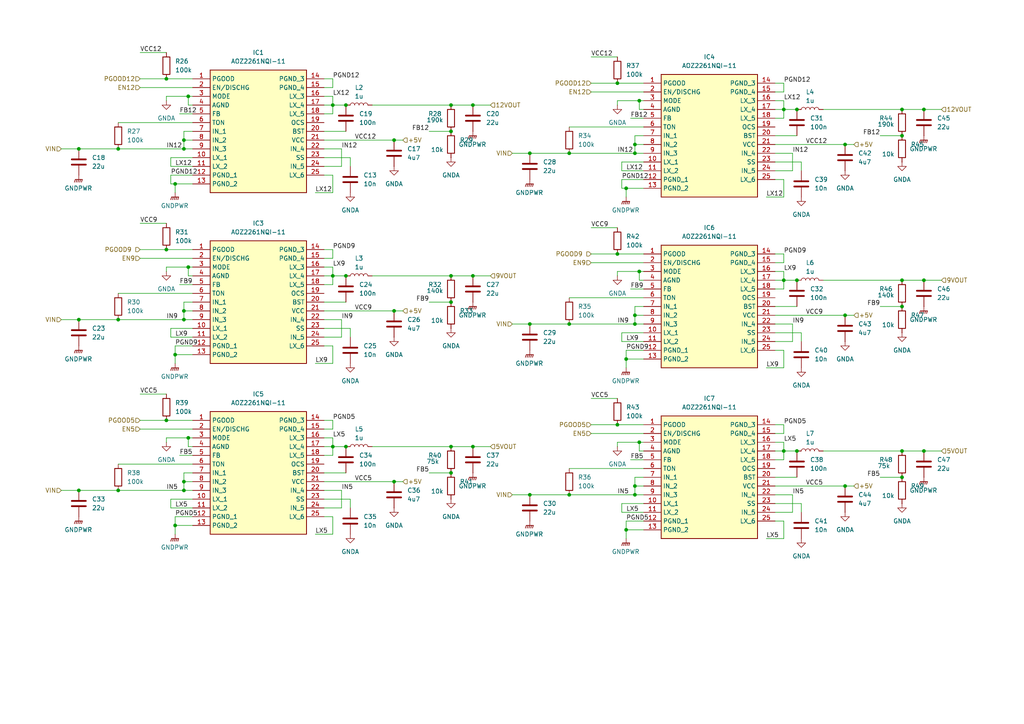
<source format=kicad_sch>
(kicad_sch (version 20250114) (generator "eeschema") (generator_version "9.0")
  (paper "A4")
  (junction (at 165.1 93.98))
  (junction (at 165.1 143.51))
  (junction (at 261.62 39.37))
  (junction (at 100.33 30.48))
  (junction (at 130.81 137.16))
  (junction (at 261.62 138.43))
  (junction (at 130.81 38.1))
  (junction (at 181.61 54.61))
  (junction (at 245.11 41.91))
  (junction (at 53.34 139.7))
  (junction (at 22.86 43.18))
  (junction (at 50.8 102.87))
  (junction (at 53.34 90.17))
  (junction (at 34.29 142.24))
  (junction (at 54.61 127))
  (junction (at 261.62 31.75))
  (junction (at 179.07 123.19))
  (junction (at 22.86 92.71))
  (junction (at 34.29 43.18))
  (junction (at 227.33 130.81))
  (junction (at 165.1 44.45))
  (junction (at 179.07 73.66))
  (junction (at 153.67 143.51))
  (junction (at 34.29 92.71))
  (junction (at 185.42 78.74))
  (junction (at 96.52 30.48))
  (junction (at 100.33 129.54))
  (junction (at 267.97 81.28))
  (junction (at 137.16 80.01))
  (junction (at 137.16 30.48))
  (junction (at 179.07 24.13))
  (junction (at 53.34 43.18))
  (junction (at 231.14 130.81))
  (junction (at 100.33 80.01))
  (junction (at 114.3 40.64))
  (junction (at 50.8 53.34))
  (junction (at 130.81 80.01))
  (junction (at 185.42 29.21))
  (junction (at 137.16 129.54))
  (junction (at 96.52 80.01))
  (junction (at 227.33 31.75))
  (junction (at 153.67 44.45))
  (junction (at 184.15 91.44))
  (junction (at 54.61 77.47))
  (junction (at 96.52 129.54))
  (junction (at 184.15 143.51))
  (junction (at 261.62 88.9))
  (junction (at 53.34 40.64))
  (junction (at 153.67 93.98))
  (junction (at 114.3 90.17))
  (junction (at 53.34 92.71))
  (junction (at 261.62 81.28))
  (junction (at 130.81 30.48))
  (junction (at 184.15 44.45))
  (junction (at 184.15 93.98))
  (junction (at 267.97 130.81))
  (junction (at 245.11 91.44))
  (junction (at 22.86 142.24))
  (junction (at 245.11 140.97))
  (junction (at 184.15 41.91))
  (junction (at 48.26 22.86))
  (junction (at 185.42 128.27))
  (junction (at 130.81 87.63))
  (junction (at 227.33 81.28))
  (junction (at 181.61 104.14))
  (junction (at 50.8 152.4))
  (junction (at 231.14 31.75))
  (junction (at 261.62 130.81))
  (junction (at 184.15 140.97))
  (junction (at 54.61 27.94))
  (junction (at 181.61 153.67))
  (junction (at 53.34 142.24))
  (junction (at 267.97 31.75))
  (junction (at 48.26 121.92))
  (junction (at 231.14 81.28))
  (junction (at 48.26 72.39))
  (junction (at 114.3 139.7))
  (junction (at 130.81 129.54))
  (wire (pts (xy 165.1 93.98) (xy 184.15 93.98)))
  (wire (pts (xy 53.34 38.1) (xy 53.34 40.64)))
  (wire (pts (xy 148.59 93.98) (xy 153.67 93.98)))
  (wire (pts (xy 50.8 100.33) (xy 50.8 102.87)))
  (wire (pts (xy 184.15 93.98) (xy 184.15 91.44)))
  (wire (pts (xy 224.79 138.43) (xy 231.14 138.43)))
  (wire (pts (xy 53.34 142.24) (xy 53.34 139.7)))
  (wire (pts (xy 171.45 115.57) (xy 179.07 115.57)))
  (wire (pts (xy 224.79 78.74) (xy 227.33 78.74)))
  (wire (pts (xy 130.81 80.01) (xy 137.16 80.01)))
  (wire (pts (xy 186.69 101.6) (xy 181.61 101.6)))
  (wire (pts (xy 96.52 129.54) (xy 100.33 129.54)))
  (wire (pts (xy 114.3 139.7) (xy 116.84 139.7)))
  (wire (pts (xy 229.87 99.06) (xy 229.87 93.98)))
  (wire (pts (xy 55.88 27.94) (xy 54.61 27.94)))
  (wire (pts (xy 261.62 138.43) (xy 255.27 138.43)))
  (wire (pts (xy 185.42 81.28) (xy 185.42 78.74)))
  (wire (pts (xy 96.52 100.33) (xy 96.52 105.41)))
  (wire (pts (xy 48.26 77.47) (xy 48.26 78.74)))
  (wire (pts (xy 227.33 125.73) (xy 227.33 123.19)))
  (wire (pts (xy 93.98 90.17) (xy 114.3 90.17)))
  (wire (pts (xy 227.33 31.75) (xy 231.14 31.75)))
  (wire (pts (xy 93.98 40.64) (xy 114.3 40.64)))
  (wire (pts (xy 93.98 43.18) (xy 99.06 43.18)))
  (wire (pts (xy 224.79 29.21) (xy 227.33 29.21)))
  (wire (pts (xy 186.69 151.13) (xy 181.61 151.13)))
  (wire (pts (xy 148.59 143.51) (xy 153.67 143.51)))
  (wire (pts (xy 40.64 64.77) (xy 48.26 64.77)))
  (wire (pts (xy 93.98 50.8) (xy 96.52 50.8)))
  (wire (pts (xy 238.76 81.28) (xy 261.62 81.28)))
  (wire (pts (xy 53.34 139.7) (xy 55.88 139.7)))
  (wire (pts (xy 54.61 27.94) (xy 48.26 27.94)))
  (wire (pts (xy 227.33 26.67) (xy 227.33 24.13)))
  (wire (pts (xy 17.78 142.24) (xy 22.86 142.24)))
  (wire (pts (xy 171.45 24.13) (xy 179.07 24.13)))
  (wire (pts (xy 224.79 93.98) (xy 229.87 93.98)))
  (wire (pts (xy 107.95 129.54) (xy 130.81 129.54)))
  (wire (pts (xy 224.79 26.67) (xy 227.33 26.67)))
  (wire (pts (xy 96.52 72.39) (xy 93.98 72.39)))
  (wire (pts (xy 267.97 81.28) (xy 273.05 81.28)))
  (wire (pts (xy 186.69 130.81) (xy 185.42 130.81)))
  (wire (pts (xy 171.45 66.04) (xy 179.07 66.04)))
  (wire (pts (xy 171.45 26.67) (xy 186.69 26.67)))
  (wire (pts (xy 224.79 125.73) (xy 227.33 125.73)))
  (wire (pts (xy 55.88 50.8) (xy 49.53 50.8)))
  (wire (pts (xy 185.42 130.81) (xy 185.42 128.27)))
  (wire (pts (xy 267.97 130.81) (xy 273.05 130.81)))
  (wire (pts (xy 245.11 91.44) (xy 247.65 91.44)))
  (wire (pts (xy 93.98 77.47) (xy 96.52 77.47)))
  (wire (pts (xy 184.15 91.44) (xy 186.69 91.44)))
  (wire (pts (xy 96.52 127) (xy 96.52 129.54)))
  (wire (pts (xy 224.79 83.82) (xy 227.33 83.82)))
  (wire (pts (xy 107.95 80.01) (xy 130.81 80.01)))
  (wire (pts (xy 182.88 133.35) (xy 186.69 133.35)))
  (wire (pts (xy 186.69 29.21) (xy 185.42 29.21)))
  (wire (pts (xy 181.61 54.61) (xy 181.61 57.15)))
  (wire (pts (xy 93.98 38.1) (xy 100.33 38.1)))
  (wire (pts (xy 34.29 134.62) (xy 55.88 134.62)))
  (wire (pts (xy 186.69 52.07) (xy 180.34 52.07)))
  (wire (pts (xy 224.79 81.28) (xy 227.33 81.28)))
  (wire (pts (xy 184.15 138.43) (xy 184.15 140.97)))
  (wire (pts (xy 99.06 97.79) (xy 99.06 92.71)))
  (wire (pts (xy 34.29 85.09) (xy 55.88 85.09)))
  (wire (pts (xy 165.1 36.83) (xy 186.69 36.83)))
  (wire (pts (xy 55.88 102.87) (xy 50.8 102.87)))
  (wire (pts (xy 55.88 30.48) (xy 54.61 30.48)))
  (wire (pts (xy 50.8 102.87) (xy 50.8 105.41)))
  (wire (pts (xy 93.98 92.71) (xy 99.06 92.71)))
  (wire (pts (xy 224.79 101.6) (xy 227.33 101.6)))
  (wire (pts (xy 93.98 87.63) (xy 100.33 87.63)))
  (wire (pts (xy 186.69 54.61) (xy 181.61 54.61)))
  (wire (pts (xy 96.52 25.4) (xy 96.52 22.86)))
  (wire (pts (xy 34.29 35.56) (xy 55.88 35.56)))
  (wire (pts (xy 227.33 101.6) (xy 227.33 106.68)))
  (wire (pts (xy 227.33 83.82) (xy 227.33 81.28)))
  (wire (pts (xy 184.15 41.91) (xy 186.69 41.91)))
  (wire (pts (xy 93.98 25.4) (xy 96.52 25.4)))
  (wire (pts (xy 185.42 29.21) (xy 179.07 29.21)))
  (wire (pts (xy 49.53 144.78) (xy 49.53 147.32)))
  (wire (pts (xy 186.69 143.51) (xy 184.15 143.51)))
  (wire (pts (xy 179.07 128.27) (xy 179.07 129.54)))
  (wire (pts (xy 181.61 104.14) (xy 181.61 106.68)))
  (wire (pts (xy 93.98 149.86) (xy 96.52 149.86)))
  (wire (pts (xy 224.79 39.37) (xy 231.14 39.37)))
  (wire (pts (xy 93.98 127) (xy 96.52 127)))
  (wire (pts (xy 48.26 22.86) (xy 55.88 22.86)))
  (wire (pts (xy 227.33 81.28) (xy 231.14 81.28)))
  (wire (pts (xy 224.79 151.13) (xy 227.33 151.13)))
  (wire (pts (xy 48.26 121.92) (xy 55.88 121.92)))
  (wire (pts (xy 55.88 80.01) (xy 54.61 80.01)))
  (wire (pts (xy 101.6 95.25) (xy 101.6 97.79)))
  (wire (pts (xy 245.11 41.91) (xy 247.65 41.91)))
  (wire (pts (xy 55.88 77.47) (xy 54.61 77.47)))
  (wire (pts (xy 165.1 135.89) (xy 186.69 135.89)))
  (wire (pts (xy 227.33 73.66) (xy 224.79 73.66)))
  (wire (pts (xy 40.64 114.3) (xy 48.26 114.3)))
  (wire (pts (xy 96.52 105.41) (xy 91.44 105.41)))
  (wire (pts (xy 93.98 33.02) (xy 96.52 33.02)))
  (wire (pts (xy 93.98 139.7) (xy 114.3 139.7)))
  (wire (pts (xy 130.81 129.54) (xy 137.16 129.54)))
  (wire (pts (xy 55.88 92.71) (xy 53.34 92.71)))
  (wire (pts (xy 181.61 101.6) (xy 181.61 104.14)))
  (wire (pts (xy 93.98 30.48) (xy 96.52 30.48)))
  (wire (pts (xy 227.33 133.35) (xy 227.33 130.81)))
  (wire (pts (xy 227.33 128.27) (xy 227.33 130.81)))
  (wire (pts (xy 55.88 45.72) (xy 49.53 45.72)))
  (wire (pts (xy 171.45 76.2) (xy 186.69 76.2)))
  (wire (pts (xy 232.41 46.99) (xy 232.41 49.53)))
  (wire (pts (xy 227.33 52.07) (xy 227.33 57.15)))
  (wire (pts (xy 40.64 15.24) (xy 48.26 15.24)))
  (wire (pts (xy 186.69 104.14) (xy 181.61 104.14)))
  (wire (pts (xy 96.52 55.88) (xy 91.44 55.88)))
  (wire (pts (xy 180.34 148.59) (xy 186.69 148.59)))
  (wire (pts (xy 55.88 38.1) (xy 53.34 38.1)))
  (wire (pts (xy 48.26 27.94) (xy 48.26 29.21)))
  (wire (pts (xy 153.67 44.45) (xy 165.1 44.45)))
  (wire (pts (xy 227.33 57.15) (xy 222.25 57.15)))
  (wire (pts (xy 55.88 53.34) (xy 50.8 53.34)))
  (wire (pts (xy 55.88 149.86) (xy 50.8 149.86)))
  (wire (pts (xy 130.81 38.1) (xy 124.46 38.1)))
  (wire (pts (xy 186.69 153.67) (xy 181.61 153.67)))
  (wire (pts (xy 54.61 30.48) (xy 54.61 27.94)))
  (wire (pts (xy 55.88 144.78) (xy 49.53 144.78)))
  (wire (pts (xy 186.69 44.45) (xy 184.15 44.45)))
  (wire (pts (xy 171.45 16.51) (xy 179.07 16.51)))
  (wire (pts (xy 181.61 151.13) (xy 181.61 153.67)))
  (wire (pts (xy 227.33 29.21) (xy 227.33 31.75)))
  (wire (pts (xy 224.79 88.9) (xy 231.14 88.9)))
  (wire (pts (xy 184.15 39.37) (xy 184.15 41.91)))
  (wire (pts (xy 55.88 127) (xy 54.61 127)))
  (wire (pts (xy 184.15 44.45) (xy 184.15 41.91)))
  (wire (pts (xy 227.33 106.68) (xy 222.25 106.68)))
  (wire (pts (xy 40.64 25.4) (xy 55.88 25.4)))
  (wire (pts (xy 186.69 138.43) (xy 184.15 138.43)))
  (wire (pts (xy 114.3 90.17) (xy 116.84 90.17)))
  (wire (pts (xy 224.79 31.75) (xy 227.33 31.75)))
  (wire (pts (xy 52.07 132.08) (xy 55.88 132.08)))
  (wire (pts (xy 17.78 43.18) (xy 22.86 43.18)))
  (wire (pts (xy 185.42 78.74) (xy 179.07 78.74)))
  (wire (pts (xy 54.61 80.01) (xy 54.61 77.47)))
  (wire (pts (xy 40.64 124.46) (xy 55.88 124.46)))
  (wire (pts (xy 182.88 34.29) (xy 186.69 34.29)))
  (wire (pts (xy 227.33 34.29) (xy 227.33 31.75)))
  (wire (pts (xy 186.69 128.27) (xy 185.42 128.27)))
  (wire (pts (xy 96.52 80.01) (xy 100.33 80.01)))
  (wire (pts (xy 137.16 80.01) (xy 142.24 80.01)))
  (wire (pts (xy 93.98 147.32) (xy 99.06 147.32)))
  (wire (pts (xy 184.15 143.51) (xy 184.15 140.97)))
  (wire (pts (xy 171.45 125.73) (xy 186.69 125.73)))
  (wire (pts (xy 180.34 46.99) (xy 180.34 49.53)))
  (wire (pts (xy 93.98 48.26) (xy 99.06 48.26)))
  (wire (pts (xy 101.6 45.72) (xy 101.6 48.26)))
  (wire (pts (xy 54.61 129.54) (xy 54.61 127)))
  (wire (pts (xy 48.26 127) (xy 48.26 128.27)))
  (wire (pts (xy 261.62 130.81) (xy 267.97 130.81)))
  (wire (pts (xy 224.79 41.91) (xy 245.11 41.91)))
  (wire (pts (xy 186.69 39.37) (xy 184.15 39.37)))
  (wire (pts (xy 184.15 88.9) (xy 184.15 91.44)))
  (wire (pts (xy 55.88 100.33) (xy 50.8 100.33)))
  (wire (pts (xy 180.34 99.06) (xy 186.69 99.06)))
  (wire (pts (xy 53.34 43.18) (xy 53.34 40.64)))
  (wire (pts (xy 130.81 137.16) (xy 124.46 137.16)))
  (wire (pts (xy 186.69 96.52) (xy 180.34 96.52)))
  (wire (pts (xy 186.69 93.98) (xy 184.15 93.98)))
  (wire (pts (xy 185.42 31.75) (xy 185.42 29.21)))
  (wire (pts (xy 101.6 144.78) (xy 101.6 147.32)))
  (wire (pts (xy 186.69 31.75) (xy 185.42 31.75)))
  (wire (pts (xy 261.62 39.37) (xy 255.27 39.37)))
  (wire (pts (xy 179.07 123.19) (xy 186.69 123.19)))
  (wire (pts (xy 224.79 130.81) (xy 227.33 130.81)))
  (wire (pts (xy 184.15 140.97) (xy 186.69 140.97)))
  (wire (pts (xy 52.07 33.02) (xy 55.88 33.02)))
  (wire (pts (xy 229.87 148.59) (xy 229.87 143.51)))
  (wire (pts (xy 137.16 30.48) (xy 142.24 30.48)))
  (wire (pts (xy 227.33 130.81) (xy 231.14 130.81)))
  (wire (pts (xy 182.88 83.82) (xy 186.69 83.82)))
  (wire (pts (xy 261.62 88.9) (xy 255.27 88.9)))
  (wire (pts (xy 34.29 142.24) (xy 53.34 142.24)))
  (wire (pts (xy 232.41 96.52) (xy 232.41 99.06)))
  (wire (pts (xy 93.98 124.46) (xy 96.52 124.46)))
  (wire (pts (xy 22.86 142.24) (xy 34.29 142.24)))
  (wire (pts (xy 55.88 43.18) (xy 53.34 43.18)))
  (wire (pts (xy 50.8 152.4) (xy 50.8 154.94)))
  (wire (pts (xy 186.69 81.28) (xy 185.42 81.28)))
  (wire (pts (xy 179.07 24.13) (xy 186.69 24.13)))
  (wire (pts (xy 34.29 92.71) (xy 53.34 92.71)))
  (wire (pts (xy 93.98 129.54) (xy 96.52 129.54)))
  (wire (pts (xy 96.52 33.02) (xy 96.52 30.48)))
  (wire (pts (xy 224.79 99.06) (xy 229.87 99.06)))
  (wire (pts (xy 238.76 130.81) (xy 261.62 130.81)))
  (wire (pts (xy 49.53 45.72) (xy 49.53 48.26)))
  (wire (pts (xy 185.42 128.27) (xy 179.07 128.27)))
  (wire (pts (xy 22.86 43.18) (xy 34.29 43.18)))
  (wire (pts (xy 93.98 100.33) (xy 96.52 100.33)))
  (wire (pts (xy 96.52 77.47) (xy 96.52 80.01)))
  (wire (pts (xy 48.26 72.39) (xy 55.88 72.39)))
  (wire (pts (xy 227.33 151.13) (xy 227.33 156.21)))
  (wire (pts (xy 224.79 148.59) (xy 229.87 148.59)))
  (wire (pts (xy 186.69 78.74) (xy 185.42 78.74)))
  (wire (pts (xy 96.52 30.48) (xy 100.33 30.48)))
  (wire (pts (xy 224.79 52.07) (xy 227.33 52.07)))
  (wire (pts (xy 96.52 22.86) (xy 93.98 22.86)))
  (wire (pts (xy 261.62 31.75) (xy 267.97 31.75)))
  (wire (pts (xy 50.8 149.86) (xy 50.8 152.4)))
  (wire (pts (xy 96.52 82.55) (xy 96.52 80.01)))
  (wire (pts (xy 186.69 88.9) (xy 184.15 88.9)))
  (wire (pts (xy 55.88 137.16) (xy 53.34 137.16)))
  (wire (pts (xy 224.79 46.99) (xy 232.41 46.99)))
  (wire (pts (xy 224.79 133.35) (xy 227.33 133.35)))
  (wire (pts (xy 55.88 129.54) (xy 54.61 129.54)))
  (wire (pts (xy 53.34 87.63) (xy 53.34 90.17)))
  (wire (pts (xy 53.34 90.17) (xy 55.88 90.17)))
  (wire (pts (xy 93.98 144.78) (xy 101.6 144.78)))
  (wire (pts (xy 52.07 82.55) (xy 55.88 82.55)))
  (wire (pts (xy 165.1 143.51) (xy 184.15 143.51)))
  (wire (pts (xy 267.97 31.75) (xy 273.05 31.75)))
  (wire (pts (xy 49.53 97.79) (xy 55.88 97.79)))
  (wire (pts (xy 54.61 127) (xy 48.26 127)))
  (wire (pts (xy 224.79 49.53) (xy 229.87 49.53)))
  (wire (pts (xy 179.07 78.74) (xy 179.07 80.01)))
  (wire (pts (xy 224.79 96.52) (xy 232.41 96.52)))
  (wire (pts (xy 227.33 78.74) (xy 227.33 81.28)))
  (wire (pts (xy 49.53 95.25) (xy 49.53 97.79)))
  (wire (pts (xy 130.81 30.48) (xy 137.16 30.48)))
  (wire (pts (xy 238.76 31.75) (xy 261.62 31.75)))
  (wire (pts (xy 96.52 50.8) (xy 96.52 55.88)))
  (wire (pts (xy 49.53 48.26) (xy 55.88 48.26)))
  (wire (pts (xy 93.98 27.94) (xy 96.52 27.94)))
  (wire (pts (xy 49.53 50.8) (xy 49.53 53.34)))
  (wire (pts (xy 180.34 49.53) (xy 186.69 49.53)))
  (wire (pts (xy 49.53 53.34) (xy 50.8 53.34)))
  (wire (pts (xy 53.34 92.71) (xy 53.34 90.17)))
  (wire (pts (xy 171.45 123.19) (xy 179.07 123.19)))
  (wire (pts (xy 55.88 142.24) (xy 53.34 142.24)))
  (wire (pts (xy 40.64 74.93) (xy 55.88 74.93)))
  (wire (pts (xy 40.64 72.39) (xy 48.26 72.39)))
  (wire (pts (xy 261.62 81.28) (xy 267.97 81.28)))
  (wire (pts (xy 55.88 152.4) (xy 50.8 152.4)))
  (wire (pts (xy 114.3 40.64) (xy 116.84 40.64)))
  (wire (pts (xy 17.78 92.71) (xy 22.86 92.71)))
  (wire (pts (xy 99.06 147.32) (xy 99.06 142.24)))
  (wire (pts (xy 227.33 24.13) (xy 224.79 24.13)))
  (wire (pts (xy 165.1 86.36) (xy 186.69 86.36)))
  (wire (pts (xy 227.33 156.21) (xy 222.25 156.21)))
  (wire (pts (xy 107.95 30.48) (xy 130.81 30.48)))
  (wire (pts (xy 34.29 43.18) (xy 53.34 43.18)))
  (wire (pts (xy 227.33 76.2) (xy 227.33 73.66)))
  (wire (pts (xy 179.07 29.21) (xy 179.07 30.48)))
  (wire (pts (xy 165.1 44.45) (xy 184.15 44.45)))
  (wire (pts (xy 93.98 137.16) (xy 100.33 137.16)))
  (wire (pts (xy 130.81 87.63) (xy 124.46 87.63)))
  (wire (pts (xy 224.79 128.27) (xy 227.33 128.27)))
  (wire (pts (xy 186.69 46.99) (xy 180.34 46.99)))
  (wire (pts (xy 40.64 121.92) (xy 48.26 121.92)))
  (wire (pts (xy 180.34 54.61) (xy 181.61 54.61)))
  (wire (pts (xy 93.98 80.01) (xy 96.52 80.01)))
  (wire (pts (xy 54.61 77.47) (xy 48.26 77.47)))
  (wire (pts (xy 224.79 76.2) (xy 227.33 76.2)))
  (wire (pts (xy 224.79 91.44) (xy 245.11 91.44)))
  (wire (pts (xy 40.64 22.86) (xy 48.26 22.86)))
  (wire (pts (xy 181.61 153.67) (xy 181.61 156.21)))
  (wire (pts (xy 96.52 27.94) (xy 96.52 30.48)))
  (wire (pts (xy 55.88 87.63) (xy 53.34 87.63)))
  (wire (pts (xy 227.33 123.19) (xy 224.79 123.19)))
  (wire (pts (xy 93.98 82.55) (xy 96.52 82.55)))
  (wire (pts (xy 93.98 45.72) (xy 101.6 45.72)))
  (wire (pts (xy 50.8 53.34) (xy 50.8 55.88)))
  (wire (pts (xy 245.11 140.97) (xy 247.65 140.97)))
  (wire (pts (xy 96.52 124.46) (xy 96.52 121.92)))
  (wire (pts (xy 180.34 96.52) (xy 180.34 99.06)))
  (wire (pts (xy 55.88 95.25) (xy 49.53 95.25)))
  (wire (pts (xy 96.52 74.93) (xy 96.52 72.39)))
  (wire (pts (xy 186.69 146.05) (xy 180.34 146.05)))
  (wire (pts (xy 224.79 34.29) (xy 227.33 34.29)))
  (wire (pts (xy 96.52 132.08) (xy 96.52 129.54)))
  (wire (pts (xy 99.06 48.26) (xy 99.06 43.18)))
  (wire (pts (xy 96.52 121.92) (xy 93.98 121.92)))
  (wire (pts (xy 232.41 146.05) (xy 232.41 148.59)))
  (wire (pts (xy 93.98 142.24) (xy 99.06 142.24)))
  (wire (pts (xy 93.98 97.79) (xy 99.06 97.79)))
  (wire (pts (xy 224.79 140.97) (xy 245.11 140.97)))
  (wire (pts (xy 148.59 44.45) (xy 153.67 44.45)))
  (wire (pts (xy 93.98 74.93) (xy 96.52 74.93)))
  (wire (pts (xy 224.79 146.05) (xy 232.41 146.05)))
  (wire (pts (xy 179.07 73.66) (xy 186.69 73.66)))
  (wire (pts (xy 49.53 147.32) (xy 55.88 147.32)))
  (wire (pts (xy 137.16 129.54) (xy 142.24 129.54)))
  (wire (pts (xy 93.98 95.25) (xy 101.6 95.25)))
  (wire (pts (xy 153.67 143.51) (xy 165.1 143.51)))
  (wire (pts (xy 153.67 93.98) (xy 165.1 93.98)))
  (wire (pts (xy 22.86 92.71) (xy 34.29 92.71)))
  (wire (pts (xy 224.79 143.51) (xy 229.87 143.51)))
  (wire (pts (xy 96.52 154.94) (xy 91.44 154.94)))
  (wire (pts (xy 53.34 137.16) (xy 53.34 139.7)))
  (wire (pts (xy 96.52 149.86) (xy 96.52 154.94)))
  (wire (pts (xy 171.45 73.66) (xy 179.07 73.66)))
  (wire (pts (xy 180.34 146.05) (xy 180.34 148.59)))
  (wire (pts (xy 53.34 40.64) (xy 55.88 40.64)))
  (wire (pts (xy 180.34 52.07) (xy 180.34 54.61)))
  (wire (pts (xy 229.87 49.53) (xy 229.87 44.45)))
  (wire (pts (xy 93.98 132.08) (xy 96.52 132.08)))
  (wire (pts (xy 224.79 44.45) (xy 229.87 44.45)))
  (label "LX9" (at 50.8 97.79 0))
  (label "LX12" (at 50.8 48.26 0))
  (label "LX5" (at 91.44 154.94 0))
  (label "FB5" (at 52.07 132.08 0))
  (label "IN5" (at 48.26 142.24 0))
  (label "LX12" (at 181.61 49.53 0))
  (label "LX12" (at 96.52 27.94 0))
  (label "IN5" (at 229.87 143.51 0))
  (label "LX9" (at 96.52 77.47 0))
  (label "PGND9" (at 227.33 73.66 0))
  (label "VCC5" (at 233.68 140.97 0))
  (label "PGND5" (at 227.33 123.19 0))
  (label "FB12" (at 52.07 33.02 0))
  (label "PGND5" (at 96.52 121.92 0))
  (label "LX9" (at 181.61 99.06 0))
  (label "VCC9" (at 102.87 90.17 0))
  (label "PGND12" (at 96.52 22.86 0))
  (label "LX12" (at 91.44 55.88 0))
  (label "FB9" (at 52.07 82.55 0))
  (label "PGND9" (at 181.61 101.6 0))
  (label "PGND9" (at 96.52 72.39 0))
  (label "LX9" (at 227.33 78.74 0))
  (label "PGND9" (at 50.8 100.33 0))
  (label "PGND12" (at 227.33 24.13 0))
  (label "VCC12" (at 40.64 15.24 0))
  (label "FB9" (at 182.88 83.82 0))
  (label "IN9" (at 229.87 93.98 0))
  (label "LX5" (at 222.25 156.21 0))
  (label "VCC9" (at 171.45 66.04 0))
  (label "LX5" (at 96.52 127 0))
  (label "VCC12" (at 102.87 40.64 0))
  (label "IN9" (at 48.26 92.71 0))
  (label "FB12" (at 255.27 39.37 180))
  (label "IN5" (at 179.07 143.51 0))
  (label "PGND5" (at 181.61 151.13 0))
  (label "IN9" (at 99.06 92.71 0))
  (label "LX9" (at 222.25 106.68 0))
  (label "PGND12" (at 49.53 50.8 0))
  (label "IN5" (at 99.06 142.24 0))
  (label "VCC5" (at 40.64 114.3 0))
  (label "VCC5" (at 171.45 115.57 0))
  (label "FB9" (at 124.46 87.63 180))
  (label "FB9" (at 255.27 88.9 180))
  (label "FB5" (at 182.88 133.35 0))
  (label "IN12" (at 229.87 44.45 0))
  (label "FB12" (at 182.88 34.29 0))
  (label "VCC12" (at 233.68 41.91 0))
  (label "IN12" (at 48.26 43.18 0))
  (label "LX5" (at 50.8 147.32 0))
  (label "FB5" (at 124.46 137.16 180))
  (label "VCC9" (at 233.68 91.44 0))
  (label "IN9" (at 179.07 93.98 0))
  (label "IN12" (at 179.07 44.45 0))
  (label "LX5" (at 181.61 148.59 0))
  (label "LX5" (at 227.33 128.27 0))
  (label "LX12" (at 222.25 57.15 0))
  (label "VCC12" (at 171.45 16.51 0))
  (label "FB12" (at 124.46 38.1 180))
  (label "VCC9" (at 40.64 64.77 0))
  (label "PGND12" (at 180.34 52.07 0))
  (label "VCC5" (at 102.87 139.7 0))
  (label "LX12" (at 227.33 29.21 0))
  (label "PGND5" (at 50.8 149.86 0))
  (label "IN12" (at 99.06 43.18 0))
  (label "FB5" (at 255.27 138.43 180))
  (label "LX9" (at 91.44 105.41 0))
  (hierarchical_label "PGOOD9 " (shape input) (at 40.64 72.39 180))
  (hierarchical_label "PGOOD9 " (shape input) (at 171.45 73.66 180))
  (hierarchical_label "+5V" (shape input) (at 116.84 90.17 0))
  (hierarchical_label "+5V" (shape input) (at 116.84 139.7 0))
  (hierarchical_label "VIN" (shape input) (at 148.59 44.45 180))
  (hierarchical_label "EN12" (shape input) (at 40.64 25.4 180))
  (hierarchical_label "EN5" (shape input) (at 171.45 125.73 180))
  (hierarchical_label "+5V" (shape input) (at 247.65 41.91 0))
  (hierarchical_label "EN9" (shape input) (at 40.64 74.93 180))
  (hierarchical_label "5VOUT" (shape input) (at 142.24 129.54 0))
  (hierarchical_label "9VOUT" (shape input) (at 273.05 81.28 0))
  (hierarchical_label "VIN" (shape input) (at 17.78 43.18 180))
  (hierarchical_label "PGOOD12" (shape input) (at 171.45 24.13 180))
  (hierarchical_label "PGOOD5" (shape input) (at 40.64 121.92 180))
  (hierarchical_label "EN5" (shape input) (at 40.64 124.46 180))
  (hierarchical_label "VIN" (shape input) (at 148.59 93.98 180))
  (hierarchical_label "VIN" (shape input) (at 17.78 142.24 180))
  (hierarchical_label "5VOUT" (shape input) (at 273.05 130.81 0))
  (hierarchical_label "12VOUT" (shape input) (at 273.05 31.75 0))
  (hierarchical_label "VIN" (shape input) (at 148.59 143.51 180))
  (hierarchical_label "+5V" (shape input) (at 247.65 140.97 0))
  (hierarchical_label "PGOOD5" (shape input) (at 171.45 123.19 180))
  (hierarchical_label "EN12" (shape input) (at 171.45 26.67 180))
  (hierarchical_label "+5V" (shape input) (at 247.65 91.44 0))
  (hierarchical_label "9VOUT" (shape input) (at 142.24 80.01 0))
  (hierarchical_label "EN9" (shape input) (at 171.45 76.2 180))
  (hierarchical_label "+5V" (shape input) (at 116.84 40.64 0))
  (hierarchical_label "12VOUT" (shape input) (at 142.24 30.48 0))
  (hierarchical_label "VIN" (shape input) (at 17.78 92.71 180))
  (hierarchical_label "PGOOD12" (shape input) (at 40.64 22.86 180))
  (symbol (lib_id "power:GNDA") (at 48.26 29.21 0) (unit 1)
    (property "Reference" "#PWR012" (effects (hide yes)))
    (property "Value" "GNDA" (at 48.26 34.29 0))
    (property "Description" "Power symbol creates a global label with name \"GNDA\" , analog ground" (effects (hide yes)))
  )
  (symbol (lib_id "Device:C") (at 232.41 102.87 0) (unit 1)
    (property "Reference" "C40" (at 236.22 101.5999 0) (effects (justify left)))
    (property "Value" "10n" (at 236.22 104.1399 0) (effects (justify left)))
    (property "Footprint" "Capacitor_SMD:C_0805_2012Metric_Pad1.18x1.45mm_HandSolder" (effects (hide yes)))
    (property "Description" "Unpolarized capacitor" (effects (hide yes)))
  )
  (symbol (lib_id "Device:C") (at 101.6 101.6 0) (unit 1)
    (property "Reference" "C25" (at 105.41 100.3299 0) (effects (justify left)))
    (property "Value" "10n" (at 105.41 102.8699 0) (effects (justify left)))
    (property "Footprint" "Capacitor_SMD:C_0805_2012Metric_Pad1.18x1.45mm_HandSolder" (effects (hide yes)))
    (property "Description" "Unpolarized capacitor" (effects (hide yes)))
  )
  (symbol (lib_id "power:GNDA") (at 232.41 156.21 0) (unit 1)
    (property "Reference" "#PWR055" (effects (hide yes)))
    (property "Value" "GNDA" (at 232.41 161.29 0))
    (property "Description" "Power symbol creates a global label with name \"GNDA\" , analog ground" (effects (hide yes)))
  )
  (symbol (lib_id "power:GNDPWR") (at 50.8 105.41 0) (unit 1)
    (property "Reference" "#PWR030" (effects (hide yes)))
    (property "Value" "GNDPWR" (at 50.673 109.22 0))
    (property "Description" "Power symbol creates a global label with name \"GNDPWR\" , global ground" (effects (hide yes)))
  )
  (symbol (lib_id "Device:C") (at 153.67 147.32 0) (unit 1)
    (property "Reference" "C30" (at 157.48 146.0499 0) (effects (justify left)))
    (property "Value" "22u" (at 157.48 148.5899 0) (effects (justify left)))
    (property "Footprint" "Capacitor_SMD:C_0805_2012Metric_Pad1.18x1.45mm_HandSolder" (effects (hide yes)))
    (property "Description" "Unpolarized capacitor" (effects (hide yes)))
  )
  (symbol (lib_id "Device:L") (at 104.14 129.54 90) (unit 1)
    (property "Reference" "L5" (at 104.14 124.46 90))
    (property "Value" "1u" (at 104.14 127 90))
    (property "Footprint" "Inductor_SMD:L_0805_2012Metric_Pad1.15x1.40mm_HandSolder" (effects (hide yes)))
    (property "Description" "Inductor" (effects (hide yes)))
  )
  (symbol (lib_id "Device:C") (at 137.16 133.35 0) (unit 1)
    (property "Reference" "C37" (at 140.97 132.0799 0) (effects (justify left)))
    (property "Value" "22u" (at 140.97 134.6199 0) (effects (justify left)))
    (property "Footprint" "Capacitor_SMD:C_0805_2012Metric_Pad1.18x1.45mm_HandSolder" (effects (hide yes)))
    (property "Description" "Unpolarized capacitor" (effects (hide yes)))
  )
  (symbol (lib_id "Device:R") (at 261.62 35.56 180) (unit 1)
    (property "Reference" "R44" (at 255.016 34.29 0) (effects (justify right)))
    (property "Value" "190k" (at 254.508 36.068 0) (effects (justify right)))
    (property "Footprint" "Resistor_SMD:R_0805_2012Metric_Pad1.20x1.40mm_HandSolder" (effects (hide yes)))
    (property "Description" "Resistor" (effects (hide yes)))
  )
  (symbol (lib_id "power:GNDPWR") (at 137.16 137.16 0) (unit 1)
    (property "Reference" "#PWR048" (effects (hide yes)))
    (property "Value" "GNDPWR" (at 137.033 140.97 0))
    (property "Description" "Power symbol creates a global label with name \"GNDPWR\" , global ground" (effects (hide yes)))
  )
  (symbol (lib_id "Device:C") (at 22.86 96.52 0) (unit 1)
    (property "Reference" "C23" (at 26.67 95.2499 0) (effects (justify left)))
    (property "Value" "22u" (at 26.67 97.7899 0) (effects (justify left)))
    (property "Footprint" "Capacitor_SMD:C_0805_2012Metric_Pad1.18x1.45mm_HandSolder" (effects (hide yes)))
    (property "Description" "Unpolarized capacitor" (effects (hide yes)))
  )
  (symbol (lib_id "Device:C") (at 232.41 152.4 0) (unit 1)
    (property "Reference" "C41" (at 236.22 151.1299 0) (effects (justify left)))
    (property "Value" "10n" (at 236.22 153.6699 0) (effects (justify left)))
    (property "Footprint" "Capacitor_SMD:C_0805_2012Metric_Pad1.18x1.45mm_HandSolder" (effects (hide yes)))
    (property "Description" "Unpolarized capacitor" (effects (hide yes)))
  )
  (symbol (lib_id "power:GNDA") (at 101.6 55.88 0) (unit 1)
    (property "Reference" "#PWR016" (effects (hide yes)))
    (property "Value" "GNDA" (at 101.6 60.96 0))
    (property "Description" "Power symbol creates a global label with name \"GNDA\" , analog ground" (effects (hide yes)))
  )
  (symbol (lib_id "Device:L") (at 234.95 31.75 90) (unit 1)
    (property "Reference" "L4" (at 234.95 26.67 90))
    (property "Value" "1u" (at 234.95 29.21 90))
    (property "Footprint" "Inductor_SMD:L_0805_2012Metric_Pad1.15x1.40mm_HandSolder" (effects (hide yes)))
    (property "Description" "Inductor" (effects (hide yes)))
  )
  (symbol (lib_id "Device:R") (at 165.1 90.17 0) (unit 1)
    (property "Reference" "R35" (at 167.64 88.8999 0) (effects (justify left)))
    (property "Value" "100k" (at 167.64 91.4399 0) (effects (justify left)))
    (property "Footprint" "Resistor_SMD:R_0805_2012Metric_Pad1.20x1.40mm_HandSolder" (effects (hide yes)))
    (property "Description" "Resistor" (effects (hide yes)))
  )
  (symbol (lib_id "power:GNDPWR") (at 267.97 39.37 0) (unit 1)
    (property "Reference" "#PWR068" (effects (hide yes)))
    (property "Value" "GNDPWR" (at 267.843 43.18 0))
    (property "Description" "Power symbol creates a global label with name \"GNDPWR\" , global ground" (effects (hide yes)))
  )
  (symbol (lib_id "Device:C") (at 231.14 85.09 0) (unit 1)
    (property "Reference" "C32" (at 234.95 83.8199 0) (effects (justify left)))
    (property "Value" "100n" (at 234.95 86.3599 0) (effects (justify left)))
    (property "Footprint" "Capacitor_SMD:C_0805_2012Metric_Pad1.18x1.45mm_HandSolder" (effects (hide yes)))
    (property "Description" "Unpolarized capacitor" (effects (hide yes)))
  )
  (symbol (lib_id "power:GNDA") (at 114.3 147.32 0) (unit 1)
    (property "Reference" "#PWR046" (effects (hide yes)))
    (property "Value" "GNDA" (at 114.3 152.4 0))
    (property "Description" "Power symbol creates a global label with name \"GNDA\" , analog ground" (effects (hide yes)))
  )
  (symbol (lib_id "Device:R") (at 261.62 43.18 180) (unit 1)
    (property "Reference" "R45" (at 264.16 41.9099 0) (effects (justify right)))
    (property "Value" "10k" (at 255.778 44.704 0) (effects (justify right)))
    (property "Footprint" "Resistor_SMD:R_0805_2012Metric_Pad1.20x1.40mm_HandSolder" (effects (hide yes)))
    (property "Description" "Resistor" (effects (hide yes)))
  )
  (symbol (lib_id "power:GNDPWR") (at 50.8 55.88 0) (unit 1)
    (property "Reference" "#PWR025" (effects (hide yes)))
    (property "Value" "GNDPWR" (at 50.673 59.69 0))
    (property "Description" "Power symbol creates a global label with name \"GNDPWR\" , global ground" (effects (hide yes)))
  )
  (symbol (lib_id "Device:R") (at 130.81 34.29 180) (unit 1)
    (property "Reference" "R28" (at 124.206 33.02 0) (effects (justify right)))
    (property "Value" "190k" (at 123.698 34.798 0) (effects (justify right)))
    (property "Footprint" "Resistor_SMD:R_0805_2012Metric_Pad1.20x1.40mm_HandSolder" (effects (hide yes)))
    (property "Description" "Resistor" (effects (hide yes)))
  )
  (symbol (lib_id "power:GNDA") (at 179.07 30.48 0) (unit 1)
    (property "Reference" "#PWR040" (effects (hide yes)))
    (property "Value" "GNDA" (at 179.07 35.56 0))
    (property "Description" "Power symbol creates a global label with name \"GNDA\" , analog ground" (effects (hide yes)))
  )
  (symbol (lib_id "power:GNDPWR") (at 181.61 156.21 0) (unit 1)
    (property "Reference" "#PWR052" (effects (hide yes)))
    (property "Value" "GNDPWR" (at 181.483 160.02 0))
    (property "Description" "Power symbol creates a global label with name \"GNDPWR\" , global ground" (effects (hide yes)))
  )
  (symbol (lib_id "Device:R") (at 48.26 68.58 0) (unit 1)
    (property "Reference" "R31" (at 50.8 67.3099 0) (effects (justify left)))
    (property "Value" "100k" (at 50.8 69.8499 0) (effects (justify left)))
    (property "Footprint" "Resistor_SMD:R_0805_2012Metric_Pad1.20x1.40mm_HandSolder" (effects (hide yes)))
    (property "Description" "Resistor" (effects (hide yes)))
  )
  (symbol (lib_id "LIB_AOZ2261NQI-11:AOZ2261NQI-11") (at 55.88 22.86 0) (unit 1)
    (property "Reference" "IC1" (at 74.93 15.24 0))
    (property "Value" "AOZ2261NQI-11" (at 74.93 17.78 0))
    (property "Footprint" "LIB_AOZ2261NQI-11:AOZ2261NQI11" (effects (hide yes)))
    (property "Datasheet" "http://www.aosmd.com/res/data_sheets/AOZ2261NQI-11.pdf" (effects (hide yes)))
    (property "Description" "Buck Switching Regulator IC Positive Adjustable 0.6V 1 Output 8A 23-PowerTFQFN" (effects (hide yes)))
    (property "Height" "1.05" (effects (hide yes)))
    (property "Manufacturer_Name" "Alpha & Omega Semiconductors" (effects (hide yes)))
    (property "Manufacturer_Part_Number" "AOZ2261NQI-11" (effects (hide yes)))
    (property "Arrow Part Number" "AOZ2261NQI-11" (effects (hide yes)))
    (property "Arrow Price/Stock" "https://www.arrow.com/en/products/aoz2261nqi-11/alpha-and-omega-semiconductor?region=nac" (effects (hide yes)))
  )
  (symbol (lib_id "power:GNDPWR") (at 153.67 151.13 0) (unit 1)
    (property "Reference" "#PWR039" (effects (hide yes)))
    (property "Value" "GNDPWR" (at 153.543 154.94 0))
    (property "Description" "Power symbol creates a global label with name \"GNDPWR\" , global ground" (effects (hide yes)))
  )
  (symbol (lib_id "power:GNDPWR") (at 137.16 38.1 0) (unit 1)
    (property "Reference" "#PWR027" (effects (hide yes)))
    (property "Value" "GNDPWR" (at 137.033 41.91 0))
    (property "Description" "Power symbol creates a global label with name \"GNDPWR\" , global ground" (effects (hide yes)))
  )
  (symbol (lib_id "power:GNDA") (at 179.07 129.54 0) (unit 1)
    (property "Reference" "#PWR049" (effects (hide yes)))
    (property "Value" "GNDA" (at 179.07 134.62 0))
    (property "Description" "Power symbol creates a global label with name \"GNDA\" , analog ground" (effects (hide yes)))
  )
  (symbol (lib_id "power:GNDPWR") (at 267.97 88.9 0) (unit 1)
    (property "Reference" "#PWR069" (effects (hide yes)))
    (property "Value" "GNDPWR" (at 267.843 92.71 0))
    (property "Description" "Power symbol creates a global label with name \"GNDPWR\" , global ground" (effects (hide yes)))
  )
  (symbol (lib_id "Device:R") (at 130.81 140.97 180) (unit 1)
    (property "Reference" "R41" (at 133.35 139.6999 0) (effects (justify right)))
    (property "Value" "10k" (at 124.968 142.494 0) (effects (justify right)))
    (property "Footprint" "Resistor_SMD:R_0805_2012Metric_Pad1.20x1.40mm_HandSolder" (effects (hide yes)))
    (property "Description" "Resistor" (effects (hide yes)))
  )
  (symbol (lib_id "power:GNDPWR") (at 137.16 87.63 0) (unit 1)
    (property "Reference" "#PWR034" (effects (hide yes)))
    (property "Value" "GNDPWR" (at 137.033 91.44 0))
    (property "Description" "Power symbol creates a global label with name \"GNDPWR\" , global ground" (effects (hide yes)))
  )
  (symbol (lib_id "power:GNDA") (at 48.26 78.74 0) (unit 1)
    (property "Reference" "#PWR029" (effects (hide yes)))
    (property "Value" "GNDA" (at 48.26 83.82 0))
    (property "Description" "Power symbol creates a global label with name \"GNDA\" , analog ground" (effects (hide yes)))
  )
  (symbol (lib_id "power:GNDA") (at 114.3 48.26 0) (unit 1)
    (property "Reference" "#PWR015" (effects (hide yes)))
    (property "Value" "GNDA" (at 114.3 53.34 0))
    (property "Description" "Power symbol creates a global label with name \"GNDA\" , analog ground" (effects (hide yes)))
  )
  (symbol (lib_id "power:GNDPWR") (at 181.61 57.15 0) (unit 1)
    (property "Reference" "#PWR050" (effects (hide yes)))
    (property "Value" "GNDPWR" (at 181.483 60.96 0))
    (property "Description" "Power symbol creates a global label with name \"GNDPWR\" , global ground" (effects (hide yes)))
  )
  (symbol (lib_id "power:GNDA") (at 114.3 97.79 0) (unit 1)
    (property "Reference" "#PWR032" (effects (hide yes)))
    (property "Value" "GNDA" (at 114.3 102.87 0))
    (property "Description" "Power symbol creates a global label with name \"GNDA\" , analog ground" (effects (hide yes)))
  )
  (symbol (lib_id "Device:R") (at 179.07 20.32 0) (unit 1)
    (property "Reference" "R37" (at 181.61 19.0499 0) (effects (justify left)))
    (property "Value" "100k" (at 181.61 21.5899 0) (effects (justify left)))
    (property "Footprint" "Resistor_SMD:R_0805_2012Metric_Pad1.20x1.40mm_HandSolder" (effects (hide yes)))
    (property "Description" "Resistor" (effects (hide yes)))
  )
  (symbol (lib_id "Device:R") (at 130.81 133.35 180) (unit 1)
    (property "Reference" "R40" (at 124.206 132.08 0) (effects (justify right)))
    (property "Value" "75k" (at 123.698 133.858 0) (effects (justify right)))
    (property "Footprint" "Resistor_SMD:R_0805_2012Metric_Pad1.20x1.40mm_HandSolder" (effects (hide yes)))
    (property "Description" "Resistor" (effects (hide yes)))
  )
  (symbol (lib_id "Device:C") (at 245.11 95.25 0) (unit 1)
    (property "Reference" "C43" (at 248.92 93.9799 0) (effects (justify left)))
    (property "Value" "4u7" (at 248.92 96.5199 0) (effects (justify left)))
    (property "Footprint" "Capacitor_SMD:C_0805_2012Metric_Pad1.18x1.45mm_HandSolder" (effects (hide yes)))
    (property "Description" "Unpolarized capacitor" (effects (hide yes)))
  )
  (symbol (lib_id "Device:R") (at 34.29 88.9 0) (unit 1)
    (property "Reference" "R30" (at 36.83 87.6299 0) (effects (justify left)))
    (property "Value" "100k" (at 36.83 90.1699 0) (effects (justify left)))
    (property "Footprint" "Resistor_SMD:R_0805_2012Metric_Pad1.20x1.40mm_HandSolder" (effects (hide yes)))
    (property "Description" "Resistor" (effects (hide yes)))
  )
  (symbol (lib_id "Device:C") (at 100.33 34.29 0) (unit 1)
    (property "Reference" "C19" (at 104.14 33.0199 0) (effects (justify left)))
    (property "Value" "100n" (at 104.14 35.5599 0) (effects (justify left)))
    (property "Footprint" "Capacitor_SMD:C_0805_2012Metric_Pad1.18x1.45mm_HandSolder" (effects (hide yes)))
    (property "Description" "Unpolarized capacitor" (effects (hide yes)))
  )
  (symbol (lib_id "power:GNDA") (at 245.11 148.59 0) (unit 1)
    (property "Reference" "#PWR064" (effects (hide yes)))
    (property "Value" "GNDA" (at 245.11 153.67 0))
    (property "Description" "Power symbol creates a global label with name \"GNDA\" , analog ground" (effects (hide yes)))
  )
  (symbol (lib_id "Device:L") (at 104.14 30.48 90) (unit 1)
    (property "Reference" "L2" (at 104.14 25.4 90))
    (property "Value" "1u" (at 104.14 27.94 90))
    (property "Footprint" "Inductor_SMD:L_0805_2012Metric_Pad1.15x1.40mm_HandSolder" (effects (hide yes)))
    (property "Description" "Inductor" (effects (hide yes)))
  )
  (symbol (lib_id "power:GNDA") (at 261.62 46.99 0) (unit 1)
    (property "Reference" "#PWR065" (effects (hide yes)))
    (property "Value" "GNDA" (at 261.62 52.07 0))
    (property "Description" "Power symbol creates a global label with name \"GNDA\" , analog ground" (effects (hide yes)))
  )
  (symbol (lib_id "Device:R") (at 130.81 83.82 180) (unit 1)
    (property "Reference" "R32" (at 124.206 82.55 0) (effects (justify right)))
    (property "Value" "140k" (at 123.698 84.328 0) (effects (justify right)))
    (property "Footprint" "Resistor_SMD:R_0805_2012Metric_Pad1.20x1.40mm_HandSolder" (effects (hide yes)))
    (property "Description" "Resistor" (effects (hide yes)))
  )
  (symbol (lib_id "LIB_AOZ2261NQI-11:AOZ2261NQI-11") (at 55.88 121.92 0) (unit 1)
    (property "Reference" "IC5" (at 74.93 114.3 0))
    (property "Value" "AOZ2261NQI-11" (at 74.93 116.84 0))
    (property "Footprint" "LIB_AOZ2261NQI-11:AOZ2261NQI11" (effects (hide yes)))
    (property "Datasheet" "http://www.aosmd.com/res/data_sheets/AOZ2261NQI-11.pdf" (effects (hide yes)))
    (property "Description" "Buck Switching Regulator IC Positive Adjustable 0.6V 1 Output 8A 23-PowerTFQFN" (effects (hide yes)))
    (property "Height" "1.05" (effects (hide yes)))
    (property "Manufacturer_Name" "Alpha & Omega Semiconductors" (effects (hide yes)))
    (property "Manufacturer_Part_Number" "AOZ2261NQI-11" (effects (hide yes)))
    (property "Arrow Part Number" "AOZ2261NQI-11" (effects (hide yes)))
    (property "Arrow Price/Stock" "https://www.arrow.com/en/products/aoz2261nqi-11/alpha-and-omega-semiconductor?region=nac" (effects (hide yes)))
  )
  (symbol (lib_id "power:GNDPWR") (at 22.86 50.8 0) (unit 1)
    (property "Reference" "#PWR024" (effects (hide yes)))
    (property "Value" "GNDPWR" (at 22.733 54.61 0))
    (property "Description" "Power symbol creates a global label with name \"GNDPWR\" , global ground" (effects (hide yes)))
  )
  (symbol (lib_id "LIB_AOZ2261NQI-11:AOZ2261NQI-11") (at 186.69 123.19 0) (unit 1)
    (property "Reference" "IC7" (at 205.74 115.57 0))
    (property "Value" "AOZ2261NQI-11" (at 205.74 118.11 0))
    (property "Footprint" "LIB_AOZ2261NQI-11:AOZ2261NQI11" (effects (hide yes)))
    (property "Datasheet" "http://www.aosmd.com/res/data_sheets/AOZ2261NQI-11.pdf" (effects (hide yes)))
    (property "Description" "Buck Switching Regulator IC Positive Adjustable 0.6V 1 Output 8A 23-PowerTFQFN" (effects (hide yes)))
    (property "Height" "1.05" (effects (hide yes)))
    (property "Manufacturer_Name" "Alpha & Omega Semiconductors" (effects (hide yes)))
    (property "Manufacturer_Part_Number" "AOZ2261NQI-11" (effects (hide yes)))
    (property "Arrow Part Number" "AOZ2261NQI-11" (effects (hide yes)))
    (property "Arrow Price/Stock" "https://www.arrow.com/en/products/aoz2261nqi-11/alpha-and-omega-semiconductor?region=nac" (effects (hide yes)))
  )
  (symbol (lib_id "Device:C") (at 153.67 97.79 0) (unit 1)
    (property "Reference" "C29" (at 157.48 96.5199 0) (effects (justify left)))
    (property "Value" "22u" (at 157.48 99.0599 0) (effects (justify left)))
    (property "Footprint" "Capacitor_SMD:C_0805_2012Metric_Pad1.18x1.45mm_HandSolder" (effects (hide yes)))
    (property "Description" "Unpolarized capacitor" (effects (hide yes)))
  )
  (symbol (lib_id "power:GNDA") (at 261.62 146.05 0) (unit 1)
    (property "Reference" "#PWR067" (effects (hide yes)))
    (property "Value" "GNDA" (at 261.62 151.13 0))
    (property "Description" "Power symbol creates a global label with name \"GNDA\" , analog ground" (effects (hide yes)))
  )
  (symbol (lib_id "LIB_AOZ2261NQI-11:AOZ2261NQI-11") (at 186.69 73.66 0) (unit 1)
    (property "Reference" "IC6" (at 205.74 66.04 0))
    (property "Value" "AOZ2261NQI-11" (at 205.74 68.58 0))
    (property "Footprint" "LIB_AOZ2261NQI-11:AOZ2261NQI11" (effects (hide yes)))
    (property "Datasheet" "http://www.aosmd.com/res/data_sheets/AOZ2261NQI-11.pdf" (effects (hide yes)))
    (property "Description" "Buck Switching Regulator IC Positive Adjustable 0.6V 1 Output 8A 23-PowerTFQFN" (effects (hide yes)))
    (property "Height" "1.05" (effects (hide yes)))
    (property "Manufacturer_Name" "Alpha & Omega Semiconductors" (effects (hide yes)))
    (property "Manufacturer_Part_Number" "AOZ2261NQI-11" (effects (hide yes)))
    (property "Arrow Part Number" "AOZ2261NQI-11" (effects (hide yes)))
    (property "Arrow Price/Stock" "https://www.arrow.com/en/products/aoz2261nqi-11/alpha-and-omega-semiconductor?region=nac" (effects (hide yes)))
  )
  (symbol (lib_id "power:GNDPWR") (at 267.97 138.43 0) (unit 1)
    (property "Reference" "#PWR070" (effects (hide yes)))
    (property "Value" "GNDPWR" (at 267.843 142.24 0))
    (property "Description" "Power symbol creates a global label with name \"GNDPWR\" , global ground" (effects (hide yes)))
  )
  (symbol (lib_id "Device:R") (at 261.62 92.71 180) (unit 1)
    (property "Reference" "R47" (at 264.16 91.4399 0) (effects (justify right)))
    (property "Value" "10k" (at 255.778 94.234 0) (effects (justify right)))
    (property "Footprint" "Resistor_SMD:R_0805_2012Metric_Pad1.20x1.40mm_HandSolder" (effects (hide yes)))
    (property "Description" "Resistor" (effects (hide yes)))
  )
  (symbol (lib_id "power:GNDA") (at 130.81 144.78 0) (unit 1)
    (property "Reference" "#PWR047" (effects (hide yes)))
    (property "Value" "GNDA" (at 130.81 149.86 0))
    (property "Description" "Power symbol creates a global label with name \"GNDA\" , analog ground" (effects (hide yes)))
  )
  (symbol (lib_id "Device:C") (at 267.97 85.09 0) (unit 1)
    (property "Reference" "C46" (at 271.78 83.8199 0) (effects (justify left)))
    (property "Value" "22u" (at 271.78 86.3599 0) (effects (justify left)))
    (property "Footprint" "Capacitor_SMD:C_0805_2012Metric_Pad1.18x1.45mm_HandSolder" (effects (hide yes)))
    (property "Description" "Unpolarized capacitor" (effects (hide yes)))
  )
  (symbol (lib_id "Device:C") (at 137.16 34.29 0) (unit 1)
    (property "Reference" "C20" (at 140.97 33.0199 0) (effects (justify left)))
    (property "Value" "22u" (at 140.97 35.5599 0) (effects (justify left)))
    (property "Footprint" "Capacitor_SMD:C_0805_2012Metric_Pad1.18x1.45mm_HandSolder" (effects (hide yes)))
    (property "Description" "Unpolarized capacitor" (effects (hide yes)))
  )
  (symbol (lib_id "Device:R") (at 165.1 40.64 0) (unit 1)
    (property "Reference" "R34" (at 167.64 39.3699 0) (effects (justify left)))
    (property "Value" "100k" (at 167.64 41.9099 0) (effects (justify left)))
    (property "Footprint" "Resistor_SMD:R_0805_2012Metric_Pad1.20x1.40mm_HandSolder" (effects (hide yes)))
    (property "Description" "Resistor" (effects (hide yes)))
  )
  (symbol (lib_id "power:GNDA") (at 101.6 105.41 0) (unit 1)
    (property "Reference" "#PWR031" (effects (hide yes)))
    (property "Value" "GNDA" (at 101.6 110.49 0))
    (property "Description" "Power symbol creates a global label with name \"GNDA\" , analog ground" (effects (hide yes)))
  )
  (symbol (lib_id "Device:R") (at 130.81 41.91 180) (unit 1)
    (property "Reference" "R29" (at 133.35 40.6399 0) (effects (justify right)))
    (property "Value" "10k" (at 124.968 43.434 0) (effects (justify right)))
    (property "Footprint" "Resistor_SMD:R_0805_2012Metric_Pad1.20x1.40mm_HandSolder" (effects (hide yes)))
    (property "Description" "Resistor" (effects (hide yes)))
  )
  (symbol (lib_id "Device:C") (at 114.3 44.45 0) (unit 1)
    (property "Reference" "C17" (at 118.11 43.1799 0) (effects (justify left)))
    (property "Value" "4u7" (at 118.11 45.7199 0) (effects (justify left)))
    (property "Footprint" "Capacitor_SMD:C_0805_2012Metric_Pad1.18x1.45mm_HandSolder" (effects (hide yes)))
    (property "Description" "Unpolarized capacitor" (effects (hide yes)))
  )
  (symbol (lib_id "power:GNDPWR") (at 50.8 154.94 0) (unit 1)
    (property "Reference" "#PWR044" (effects (hide yes)))
    (property "Value" "GNDPWR" (at 50.673 158.75 0))
    (property "Description" "Power symbol creates a global label with name \"GNDPWR\" , global ground" (effects (hide yes)))
  )
  (symbol (lib_id "Device:R") (at 165.1 139.7 0) (unit 1)
    (property "Reference" "R36" (at 167.64 138.4299 0) (effects (justify left)))
    (property "Value" "100k" (at 167.64 140.9699 0) (effects (justify left)))
    (property "Footprint" "Resistor_SMD:R_0805_2012Metric_Pad1.20x1.40mm_HandSolder" (effects (hide yes)))
    (property "Description" "Resistor" (effects (hide yes)))
  )
  (symbol (lib_id "power:GNDA") (at 130.81 95.25 0) (unit 1)
    (property "Reference" "#PWR033" (effects (hide yes)))
    (property "Value" "GNDA" (at 130.81 100.33 0))
    (property "Description" "Power symbol creates a global label with name \"GNDA\" , analog ground" (effects (hide yes)))
  )
  (symbol (lib_id "power:GNDPWR") (at 22.86 149.86 0) (unit 1)
    (property "Reference" "#PWR042" (effects (hide yes)))
    (property "Value" "GNDPWR" (at 22.733 153.67 0))
    (property "Description" "Power symbol creates a global label with name \"GNDPWR\" , global ground" (effects (hide yes)))
  )
  (symbol (lib_id "Device:L") (at 234.95 81.28 90) (unit 1)
    (property "Reference" "L6" (at 234.95 76.2 90))
    (property "Value" "1u" (at 234.95 78.74 90))
    (property "Footprint" "Inductor_SMD:L_0805_2012Metric_Pad1.15x1.40mm_HandSolder" (effects (hide yes)))
    (property "Description" "Inductor" (effects (hide yes)))
  )
  (symbol (lib_id "power:GNDPWR") (at 181.61 106.68 0) (unit 1)
    (property "Reference" "#PWR051" (effects (hide yes)))
    (property "Value" "GNDPWR" (at 181.483 110.49 0))
    (property "Description" "Power symbol creates a global label with name \"GNDPWR\" , global ground" (effects (hide yes)))
  )
  (symbol (lib_id "Device:C") (at 22.86 146.05 0) (unit 1)
    (property "Reference" "C33" (at 26.67 144.7799 0) (effects (justify left)))
    (property "Value" "22u" (at 26.67 147.3199 0) (effects (justify left)))
    (property "Footprint" "Capacitor_SMD:C_0805_2012Metric_Pad1.18x1.45mm_HandSolder" (effects (hide yes)))
    (property "Description" "Unpolarized capacitor" (effects (hide yes)))
  )
  (symbol (lib_id "Device:C") (at 245.11 144.78 0) (unit 1)
    (property "Reference" "C44" (at 248.92 143.5099 0) (effects (justify left)))
    (property "Value" "4u7" (at 248.92 146.0499 0) (effects (justify left)))
    (property "Footprint" "Capacitor_SMD:C_0805_2012Metric_Pad1.18x1.45mm_HandSolder" (effects (hide yes)))
    (property "Description" "Unpolarized capacitor" (effects (hide yes)))
  )
  (symbol (lib_id "power:GNDA") (at 245.11 99.06 0) (unit 1)
    (property "Reference" "#PWR063" (effects (hide yes)))
    (property "Value" "GNDA" (at 245.11 104.14 0))
    (property "Description" "Power symbol creates a global label with name \"GNDA\" , analog ground" (effects (hide yes)))
  )
  (symbol (lib_id "Device:C") (at 101.6 52.07 0) (unit 1)
    (property "Reference" "C13" (at 105.41 50.7999 0) (effects (justify left)))
    (property "Value" "10n" (at 105.41 53.3399 0) (effects (justify left)))
    (property "Footprint" "Capacitor_SMD:C_0805_2012Metric_Pad1.18x1.45mm_HandSolder" (effects (hide yes)))
    (property "Description" "Unpolarized capacitor" (effects (hide yes)))
  )
  (symbol (lib_id "Device:R") (at 261.62 134.62 180) (unit 1)
    (property "Reference" "R48" (at 255.016 133.35 0) (effects (justify right)))
    (property "Value" "75k" (at 254.508 135.128 0) (effects (justify right)))
    (property "Footprint" "Resistor_SMD:R_0805_2012Metric_Pad1.20x1.40mm_HandSolder" (effects (hide yes)))
    (property "Description" "Resistor" (effects (hide yes)))
  )
  (symbol (lib_id "Device:L") (at 234.95 130.81 90) (unit 1)
    (property "Reference" "L7" (at 234.95 125.73 90))
    (property "Value" "1u" (at 234.95 128.27 90))
    (property "Footprint" "Inductor_SMD:L_0805_2012Metric_Pad1.15x1.40mm_HandSolder" (effects (hide yes)))
    (property "Description" "Inductor" (effects (hide yes)))
  )
  (symbol (lib_id "power:GNDPWR") (at 153.67 101.6 0) (unit 1)
    (property "Reference" "#PWR038" (effects (hide yes)))
    (property "Value" "GNDPWR" (at 153.543 105.41 0))
    (property "Description" "Power symbol creates a global label with name \"GNDPWR\" , global ground" (effects (hide yes)))
  )
  (symbol (lib_id "Device:C") (at 231.14 134.62 0) (unit 1)
    (property "Reference" "C38" (at 234.95 133.3499 0) (effects (justify left)))
    (property "Value" "100n" (at 234.95 135.8899 0) (effects (justify left)))
    (property "Footprint" "Capacitor_SMD:C_0805_2012Metric_Pad1.18x1.45mm_HandSolder" (effects (hide yes)))
    (property "Description" "Unpolarized capacitor" (effects (hide yes)))
  )
  (symbol (lib_id "power:GNDA") (at 245.11 49.53 0) (unit 1)
    (property "Reference" "#PWR062" (effects (hide yes)))
    (property "Value" "GNDA" (at 245.11 54.61 0))
    (property "Description" "Power symbol creates a global label with name \"GNDA\" , analog ground" (effects (hide yes)))
  )
  (symbol (lib_id "Device:C") (at 245.11 45.72 0) (unit 1)
    (property "Reference" "C42" (at 248.92 44.4499 0) (effects (justify left)))
    (property "Value" "4u7" (at 248.92 46.9899 0) (effects (justify left)))
    (property "Footprint" "Capacitor_SMD:C_0805_2012Metric_Pad1.18x1.45mm_HandSolder" (effects (hide yes)))
    (property "Description" "Unpolarized capacitor" (effects (hide yes)))
  )
  (symbol (lib_id "power:GNDA") (at 48.26 128.27 0) (unit 1)
    (property "Reference" "#PWR043" (effects (hide yes)))
    (property "Value" "GNDA" (at 48.26 133.35 0))
    (property "Description" "Power symbol creates a global label with name \"GNDA\" , analog ground" (effects (hide yes)))
  )
  (symbol (lib_id "Device:C") (at 231.14 35.56 0) (unit 1)
    (property "Reference" "C31" (at 234.95 34.2899 0) (effects (justify left)))
    (property "Value" "100n" (at 234.95 36.8299 0) (effects (justify left)))
    (property "Footprint" "Capacitor_SMD:C_0805_2012Metric_Pad1.18x1.45mm_HandSolder" (effects (hide yes)))
    (property "Description" "Unpolarized capacitor" (effects (hide yes)))
  )
  (symbol (lib_id "Device:R") (at 179.07 69.85 0) (unit 1)
    (property "Reference" "R42" (at 181.61 68.5799 0) (effects (justify left)))
    (property "Value" "100k" (at 181.61 71.1199 0) (effects (justify left)))
    (property "Footprint" "Resistor_SMD:R_0805_2012Metric_Pad1.20x1.40mm_HandSolder" (effects (hide yes)))
    (property "Description" "Resistor" (effects (hide yes)))
  )
  (symbol (lib_id "Device:C") (at 267.97 134.62 0) (unit 1)
    (property "Reference" "C47" (at 271.78 133.3499 0) (effects (justify left)))
    (property "Value" "22u" (at 271.78 135.8899 0) (effects (justify left)))
    (property "Footprint" "Capacitor_SMD:C_0805_2012Metric_Pad1.18x1.45mm_HandSolder" (effects (hide yes)))
    (property "Description" "Unpolarized capacitor" (effects (hide yes)))
  )
  (symbol (lib_id "Device:C") (at 114.3 93.98 0) (unit 1)
    (property "Reference" "C26" (at 118.11 92.7099 0) (effects (justify left)))
    (property "Value" "4u7" (at 118.11 95.2499 0) (effects (justify left)))
    (property "Footprint" "Capacitor_SMD:C_0805_2012Metric_Pad1.18x1.45mm_HandSolder" (effects (hide yes)))
    (property "Description" "Unpolarized capacitor" (effects (hide yes)))
  )
  (symbol (lib_id "power:GNDA") (at 101.6 154.94 0) (unit 1)
    (property "Reference" "#PWR045" (effects (hide yes)))
    (property "Value" "GNDA" (at 101.6 160.02 0))
    (property "Description" "Power symbol creates a global label with name \"GNDA\" , analog ground" (effects (hide yes)))
  )
  (symbol (lib_id "Device:C") (at 137.16 83.82 0) (unit 1)
    (property "Reference" "C27" (at 140.97 82.5499 0) (effects (justify left)))
    (property "Value" "22u" (at 140.97 85.0899 0) (effects (justify left)))
    (property "Footprint" "Capacitor_SMD:C_0805_2012Metric_Pad1.18x1.45mm_HandSolder" (effects (hide yes)))
    (property "Description" "Unpolarized capacitor" (effects (hide yes)))
  )
  (symbol (lib_id "power:GNDA") (at 232.41 57.15 0) (unit 1)
    (property "Reference" "#PWR053" (effects (hide yes)))
    (property "Value" "GNDA" (at 232.41 62.23 0))
    (property "Description" "Power symbol creates a global label with name \"GNDA\" , analog ground" (effects (hide yes)))
  )
  (symbol (lib_id "Device:C") (at 22.86 46.99 0) (unit 1)
    (property "Reference" "C18" (at 26.67 45.7199 0) (effects (justify left)))
    (property "Value" "22u" (at 26.67 48.2599 0) (effects (justify left)))
    (property "Footprint" "Capacitor_SMD:C_0805_2012Metric_Pad1.18x1.45mm_HandSolder" (effects (hide yes)))
    (property "Description" "Unpolarized capacitor" (effects (hide yes)))
  )
  (symbol (lib_id "Device:R") (at 48.26 19.05 0) (unit 1)
    (property "Reference" "R26" (at 50.8 17.7799 0) (effects (justify left)))
    (property "Value" "100k" (at 50.8 20.3199 0) (effects (justify left)))
    (property "Footprint" "Resistor_SMD:R_0805_2012Metric_Pad1.20x1.40mm_HandSolder" (effects (hide yes)))
    (property "Description" "Resistor" (effects (hide yes)))
  )
  (symbol (lib_id "LIB_AOZ2261NQI-11:AOZ2261NQI-11") (at 55.88 72.39 0) (unit 1)
    (property "Reference" "IC3" (at 74.93 64.77 0))
    (property "Value" "AOZ2261NQI-11" (at 74.93 67.31 0))
    (property "Footprint" "LIB_AOZ2261NQI-11:AOZ2261NQI11" (effects (hide yes)))
    (property "Datasheet" "http://www.aosmd.com/res/data_sheets/AOZ2261NQI-11.pdf" (effects (hide yes)))
    (property "Description" "Buck Switching Regulator IC Positive Adjustable 0.6V 1 Output 8A 23-PowerTFQFN" (effects (hide yes)))
    (property "Height" "1.05" (effects (hide yes)))
    (property "Manufacturer_Name" "Alpha & Omega Semiconductors" (effects (hide yes)))
    (property "Manufacturer_Part_Number" "AOZ2261NQI-11" (effects (hide yes)))
    (property "Arrow Part Number" "AOZ2261NQI-11" (effects (hide yes)))
    (property "Arrow Price/Stock" "https://www.arrow.com/en/products/aoz2261nqi-11/alpha-and-omega-semiconductor?region=nac" (effects (hide yes)))
  )
  (symbol (lib_id "Device:R") (at 261.62 142.24 180) (unit 1)
    (property "Reference" "R49" (at 264.16 140.9699 0) (effects (justify right)))
    (property "Value" "10k" (at 255.778 143.764 0) (effects (justify right)))
    (property "Footprint" "Resistor_SMD:R_0805_2012Metric_Pad1.20x1.40mm_HandSolder" (effects (hide yes)))
    (property "Description" "Resistor" (effects (hide yes)))
  )
  (symbol (lib_id "Device:R") (at 34.29 39.37 0) (unit 1)
    (property "Reference" "R27" (at 36.83 38.0999 0) (effects (justify left)))
    (property "Value" "100k" (at 36.83 40.6399 0) (effects (justify left)))
    (property "Footprint" "Resistor_SMD:R_0805_2012Metric_Pad1.20x1.40mm_HandSolder" (effects (hide yes)))
    (property "Description" "Resistor" (effects (hide yes)))
  )
  (symbol (lib_id "Device:R") (at 130.81 91.44 180) (unit 1)
    (property "Reference" "R33" (at 133.35 90.1699 0) (effects (justify right)))
    (property "Value" "10k" (at 124.968 92.964 0) (effects (justify right)))
    (property "Footprint" "Resistor_SMD:R_0805_2012Metric_Pad1.20x1.40mm_HandSolder" (effects (hide yes)))
    (property "Description" "Resistor" (effects (hide yes)))
  )
  (symbol (lib_id "Device:C") (at 114.3 143.51 0) (unit 1)
    (property "Reference" "C36" (at 118.11 142.2399 0) (effects (justify left)))
    (property "Value" "4u7" (at 118.11 144.7799 0) (effects (justify left)))
    (property "Footprint" "Capacitor_SMD:C_0805_2012Metric_Pad1.18x1.45mm_HandSolder" (effects (hide yes)))
    (property "Description" "Unpolarized capacitor" (effects (hide yes)))
  )
  (symbol (lib_id "Device:C") (at 232.41 53.34 0) (unit 1)
    (property "Reference" "C39" (at 236.22 52.0699 0) (effects (justify left)))
    (property "Value" "10n" (at 236.22 54.6099 0) (effects (justify left)))
    (property "Footprint" "Capacitor_SMD:C_0805_2012Metric_Pad1.18x1.45mm_HandSolder" (effects (hide yes)))
    (property "Description" "Unpolarized capacitor" (effects (hide yes)))
  )
  (symbol (lib_id "power:GNDPWR") (at 153.67 52.07 0) (unit 1)
    (property "Reference" "#PWR037" (effects (hide yes)))
    (property "Value" "GNDPWR" (at 153.543 55.88 0))
    (property "Description" "Power symbol creates a global label with name \"GNDPWR\" , global ground" (effects (hide yes)))
  )
  (symbol (lib_id "power:GNDA") (at 232.41 106.68 0) (unit 1)
    (property "Reference" "#PWR054" (effects (hide yes)))
    (property "Value" "GNDA" (at 232.41 111.76 0))
    (property "Description" "Power symbol creates a global label with name \"GNDA\" , analog ground" (effects (hide yes)))
  )
  (symbol (lib_id "Device:C") (at 153.67 48.26 0) (unit 1)
    (property "Reference" "C28" (at 157.48 46.9899 0) (effects (justify left)))
    (property "Value" "22u" (at 157.48 49.5299 0) (effects (justify left)))
    (property "Footprint" "Capacitor_SMD:C_0805_2012Metric_Pad1.18x1.45mm_HandSolder" (effects (hide yes)))
    (property "Description" "Unpolarized capacitor" (effects (hide yes)))
  )
  (symbol (lib_id "Device:C") (at 101.6 151.13 0) (unit 1)
    (property "Reference" "C35" (at 105.41 149.8599 0) (effects (justify left)))
    (property "Value" "10n" (at 105.41 152.3999 0) (effects (justify left)))
    (property "Footprint" "Capacitor_SMD:C_0805_2012Metric_Pad1.18x1.45mm_HandSolder" (effects (hide yes)))
    (property "Description" "Unpolarized capacitor" (effects (hide yes)))
  )
  (symbol (lib_id "Device:C") (at 100.33 83.82 0) (unit 1)
    (property "Reference" "C24" (at 104.14 82.5499 0) (effects (justify left)))
    (property "Value" "100n" (at 104.14 85.0899 0) (effects (justify left)))
    (property "Footprint" "Capacitor_SMD:C_0805_2012Metric_Pad1.18x1.45mm_HandSolder" (effects (hide yes)))
    (property "Description" "Unpolarized capacitor" (effects (hide yes)))
  )
  (symbol (lib_id "LIB_AOZ2261NQI-11:AOZ2261NQI-11") (at 186.69 24.13 0) (unit 1)
    (property "Reference" "IC4" (at 205.74 16.51 0))
    (property "Value" "AOZ2261NQI-11" (at 205.74 19.05 0))
    (property "Footprint" "LIB_AOZ2261NQI-11:AOZ2261NQI11" (effects (hide yes)))
    (property "Datasheet" "http://www.aosmd.com/res/data_sheets/AOZ2261NQI-11.pdf" (effects (hide yes)))
    (property "Description" "Buck Switching Regulator IC Positive Adjustable 0.6V 1 Output 8A 23-PowerTFQFN" (effects (hide yes)))
    (property "Height" "1.05" (effects (hide yes)))
    (property "Manufacturer_Name" "Alpha & Omega Semiconductors" (effects (hide yes)))
    (property "Manufacturer_Part_Number" "AOZ2261NQI-11" (effects (hide yes)))
    (property "Arrow Part Number" "AOZ2261NQI-11" (effects (hide yes)))
    (property "Arrow Price/Stock" "https://www.arrow.com/en/products/aoz2261nqi-11/alpha-and-omega-semiconductor?region=nac" (effects (hide yes)))
  )
  (symbol (lib_id "Device:R") (at 48.26 118.11 0) (unit 1)
    (property "Reference" "R39" (at 50.8 116.8399 0) (effects (justify left)))
    (property "Value" "100k" (at 50.8 119.3799 0) (effects (justify left)))
    (property "Footprint" "Resistor_SMD:R_0805_2012Metric_Pad1.20x1.40mm_HandSolder" (effects (hide yes)))
    (property "Description" "Resistor" (effects (hide yes)))
  )
  (symbol (lib_id "Device:C") (at 100.33 133.35 0) (unit 1)
    (property "Reference" "C34" (at 104.14 132.0799 0) (effects (justify left)))
    (property "Value" "100n" (at 104.14 134.6199 0) (effects (justify left)))
    (property "Footprint" "Capacitor_SMD:C_0805_2012Metric_Pad1.18x1.45mm_HandSolder" (effects (hide yes)))
    (property "Description" "Unpolarized capacitor" (effects (hide yes)))
  )
  (symbol (lib_id "Device:R") (at 34.29 138.43 0) (unit 1)
    (property "Reference" "R38" (at 36.83 137.1599 0) (effects (justify left)))
    (property "Value" "100k" (at 36.83 139.6999 0) (effects (justify left)))
    (property "Footprint" "Resistor_SMD:R_0805_2012Metric_Pad1.20x1.40mm_HandSolder" (effects (hide yes)))
    (property "Description" "Resistor" (effects (hide yes)))
  )
  (symbol (lib_id "power:GNDPWR") (at 22.86 100.33 0) (unit 1)
    (property "Reference" "#PWR028" (effects (hide yes)))
    (property "Value" "GNDPWR" (at 22.733 104.14 0))
    (property "Description" "Power symbol creates a global label with name \"GNDPWR\" , global ground" (effects (hide yes)))
  )
  (symbol (lib_id "power:GNDA") (at 179.07 80.01 0) (unit 1)
    (property "Reference" "#PWR041" (effects (hide yes)))
    (property "Value" "GNDA" (at 179.07 85.09 0))
    (property "Description" "Power symbol creates a global label with name \"GNDA\" , analog ground" (effects (hide yes)))
  )
  (symbol (lib_id "power:GNDA") (at 130.81 45.72 0) (unit 1)
    (property "Reference" "#PWR026" (effects (hide yes)))
    (property "Value" "GNDA" (at 130.81 50.8 0))
    (property "Description" "Power symbol creates a global label with name \"GNDA\" , analog ground" (effects (hide yes)))
  )
  (symbol (lib_id "Device:L") (at 104.14 80.01 90) (unit 1)
    (property "Reference" "L3" (at 104.14 74.93 90))
    (property "Value" "1u" (at 104.14 77.47 90))
    (property "Footprint" "Inductor_SMD:L_0805_2012Metric_Pad1.15x1.40mm_HandSolder" (effects (hide yes)))
    (property "Description" "Inductor" (effects (hide yes)))
  )
  (symbol (lib_id "power:GNDA") (at 261.62 96.52 0) (unit 1)
    (property "Reference" "#PWR066" (effects (hide yes)))
    (property "Value" "GNDA" (at 261.62 101.6 0))
    (property "Description" "Power symbol creates a global label with name \"GNDA\" , analog ground" (effects (hide yes)))
  )
  (symbol (lib_id "Device:C") (at 267.97 35.56 0) (unit 1)
    (property "Reference" "C45" (at 271.78 34.2899 0) (effects (justify left)))
    (property "Value" "22u" (at 271.78 36.8299 0) (effects (justify left)))
    (property "Footprint" "Capacitor_SMD:C_0805_2012Metric_Pad1.18x1.45mm_HandSolder" (effects (hide yes)))
    (property "Description" "Unpolarized capacitor" (effects (hide yes)))
  )
  (symbol (lib_id "Device:R") (at 179.07 119.38 0) (unit 1)
    (property "Reference" "R43" (at 181.61 118.1099 0) (effects (justify left)))
    (property "Value" "100k" (at 181.61 120.6499 0) (effects (justify left)))
    (property "Footprint" "Resistor_SMD:R_0805_2012Metric_Pad1.20x1.40mm_HandSolder" (effects (hide yes)))
    (property "Description" "Resistor" (effects (hide yes)))
  )
  (symbol (lib_id "Device:R") (at 261.62 85.09 180) (unit 1)
    (property "Reference" "R46" (at 255.016 83.82 0) (effects (justify right)))
    (property "Value" "140k" (at 254.508 85.598 0) (effects (justify right)))
    (property "Footprint" "Resistor_SMD:R_0805_2012Metric_Pad1.20x1.40mm_HandSolder" (effects (hide yes)))
    (property "Description" "Resistor" (effects (hide yes)))
  )
)
</source>
